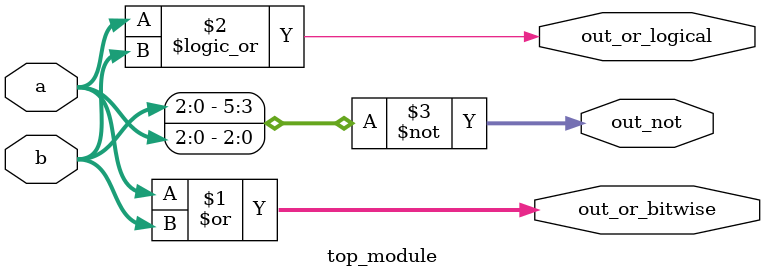
<source format=sv>
module top_module(
	input [2:0] a, 
	input [2:0] b, 
	output [2:0] out_or_bitwise,
	output out_or_logical,
	output [5:0] out_not
);

  assign out_or_bitwise = a | b;
  assign out_or_logical = a || b;
  assign out_not = ~{b, a};

endmodule

</source>
